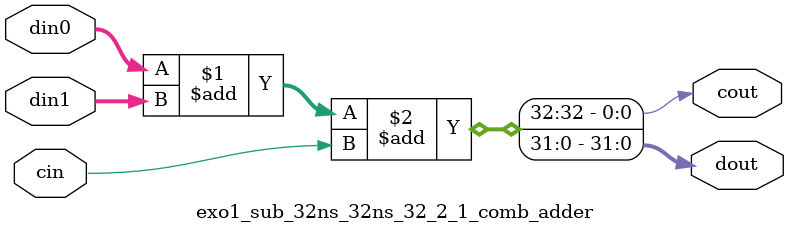
<source format=v>
`timescale 1 ns / 1 ps

module exo1_sub_32ns_32ns_32_2_1(clk, reset, ce, din0, din1, dout);
parameter ID         = 1;              // core ID, unused in RTL
parameter NUM_STAGE  = 2;
parameter din0_WIDTH = 32;   // data bitwidth
parameter din1_WIDTH = 32;   // 
parameter dout_WIDTH = 32;   // output bitwidth

// ---- input/output ports list here ----
input   clk;
input   reset;
input   ce;
input  [din0_WIDTH - 1 : 0] din0;
input  [din1_WIDTH - 1 : 0] din1;

output [dout_WIDTH - 1 : 0] dout;
//   

// wire for the primary inputs
wire [32 - 1 : 0] ain_s0 = din0;
wire [32 - 1 : 0] bin_s0 = ~din1;

// This AddSub module have totally 2 stages. For each stage the adder's width are:
// [16,16]
//  
//   

// Stage 1 logic
wire [16 - 1 : 0]    fas_s1;
wire                 facout_s1;
// 
reg  [16 - 1 : 0]    ain_s1;
reg  [16 - 1 : 0]    bin_s1;
reg  [16 - 1 : 0]    sum_s1;
reg                  carry_s1;
// 
//  
//  
// 
exo1_sub_32ns_32ns_32_2_1_comb_adder #(
    .N    ( 16 )
) u1 (
    .din0    ( ain_s0[16 - 1 : 0] ),
    .din1    ( bin_s0[16 - 1 : 0] ),
    .cin  ( 1'b1 ),
    .dout    ( fas_s1 ),
    .cout ( facout_s1 )
);

// 
always @ (posedge clk) begin
    if (ce) begin
        sum_s1   <= fas_s1;
        carry_s1 <= facout_s1;
    end
end

always @ (posedge clk) begin
    if (ce) begin
        ain_s1 <= ain_s0[32 - 1 : 16];
    end
end

always @ (posedge clk) begin
    if (ce) begin
        bin_s1 <= bin_s0[32 - 1 : 16];
    end
end
//  
//   

// Stage 2 logic
wire [16 - 1 : 0]    fas_s2;
wire                 facout_s2;
// 
// 
exo1_sub_32ns_32ns_32_2_1_comb_adder #(
    .N    ( 16 )
) u2 (
    .din0    ( ain_s1[16 - 1 : 0] ),
    .din1    ( bin_s1[16 - 1 : 0] ),
    .cin  ( carry_s1 ),
    .dout    ( fas_s2 ),
    .cout ( facout_s2 )
);

// 
assign dout = {fas_s2, sum_s1 };
//  
// 
endmodule

// small adder
module exo1_sub_32ns_32ns_32_2_1_comb_adder 
#(parameter
    N = 32
)(
    input  [N-1 : 0]    din0,
    input  [N-1 : 0]    din1,
    input  wire         cin,
    output [N-1 : 0]    dout,
    output wire         cout
);
assign {cout, dout} = din0 + din1 + cin;
endmodule
// 

</source>
